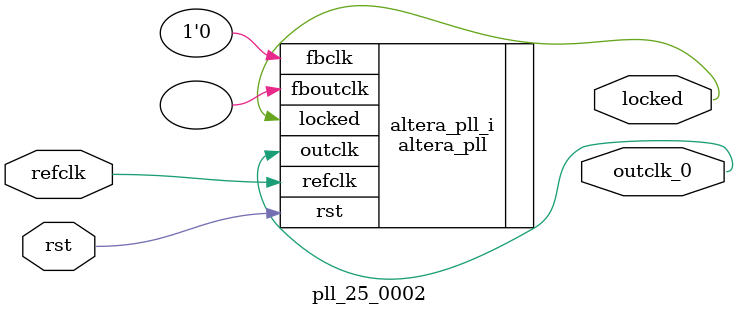
<source format=v>

`timescale 1ns/10ps
module  pll_25_0002(

	// interface 'refclk'
	input wire refclk,

	// interface 'reset'
	input wire rst,

	// interface 'outclk0'
	output wire outclk_0,

	// interface 'locked'
	output wire locked
);

	altera_pll #(
		.fractional_vco_multiplier("false"),
		.reference_clock_frequency("50.0 MHz"),
		.operation_mode("direct"),
		.number_of_clocks(1),
		.output_clock_frequency0("25.000000 MHz"),
		.phase_shift0("0 ps"),
		.duty_cycle0(50),
		.output_clock_frequency1("0 MHz"),
		.phase_shift1("0 ps"),
		.duty_cycle1(50),
		.output_clock_frequency2("0 MHz"),
		.phase_shift2("0 ps"),
		.duty_cycle2(50),
		.output_clock_frequency3("0 MHz"),
		.phase_shift3("0 ps"),
		.duty_cycle3(50),
		.output_clock_frequency4("0 MHz"),
		.phase_shift4("0 ps"),
		.duty_cycle4(50),
		.output_clock_frequency5("0 MHz"),
		.phase_shift5("0 ps"),
		.duty_cycle5(50),
		.output_clock_frequency6("0 MHz"),
		.phase_shift6("0 ps"),
		.duty_cycle6(50),
		.output_clock_frequency7("0 MHz"),
		.phase_shift7("0 ps"),
		.duty_cycle7(50),
		.output_clock_frequency8("0 MHz"),
		.phase_shift8("0 ps"),
		.duty_cycle8(50),
		.output_clock_frequency9("0 MHz"),
		.phase_shift9("0 ps"),
		.duty_cycle9(50),
		.output_clock_frequency10("0 MHz"),
		.phase_shift10("0 ps"),
		.duty_cycle10(50),
		.output_clock_frequency11("0 MHz"),
		.phase_shift11("0 ps"),
		.duty_cycle11(50),
		.output_clock_frequency12("0 MHz"),
		.phase_shift12("0 ps"),
		.duty_cycle12(50),
		.output_clock_frequency13("0 MHz"),
		.phase_shift13("0 ps"),
		.duty_cycle13(50),
		.output_clock_frequency14("0 MHz"),
		.phase_shift14("0 ps"),
		.duty_cycle14(50),
		.output_clock_frequency15("0 MHz"),
		.phase_shift15("0 ps"),
		.duty_cycle15(50),
		.output_clock_frequency16("0 MHz"),
		.phase_shift16("0 ps"),
		.duty_cycle16(50),
		.output_clock_frequency17("0 MHz"),
		.phase_shift17("0 ps"),
		.duty_cycle17(50),
		.pll_type("General"),
		.pll_subtype("General")
	) altera_pll_i (
		.rst	(rst),
		.outclk	({outclk_0}),
		.locked	(locked),
		.fboutclk	( ),
		.fbclk	(1'b0),
		.refclk	(refclk)
	);
endmodule


</source>
